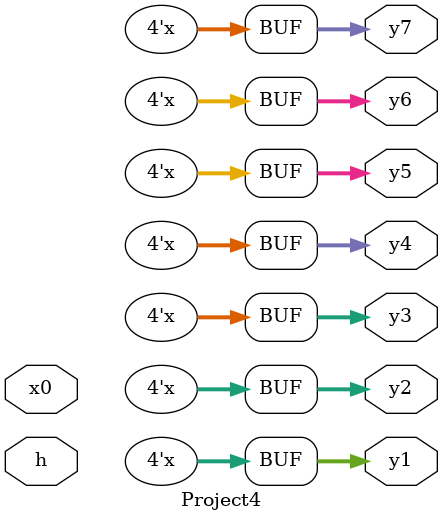
<source format=v>
module Project4 (
  input [3:0] x0 ,
  input [3:0] h,
  output [3:0] y1,
  output [3:0] y2,
  output [3:0] y3,
  output [3:0] y4,
  output [3:0] y5,
  output [3:0] y6,
  output [3:0] y7
  );

  assign y1 = x[0] * h[0];

  assign y2 = x[0] * h[1] + x[1] * h[0];

  assign y3 = x[0] * h[2] + x[1] * h[1] + x[2] * h[0];

  assign y4 = x[0] * h[3] + x[1] * h[2] + x[2] * h[1] + x[3] * h[0];

  assign y5 = x[1] * h[3] + x[2] * h[2] + x[3] * h[1];

  assign y6 = x[2] * h[3] + x[3] * h[2];

  assign y7 = x[3] * h[3];

endmodule

</source>
